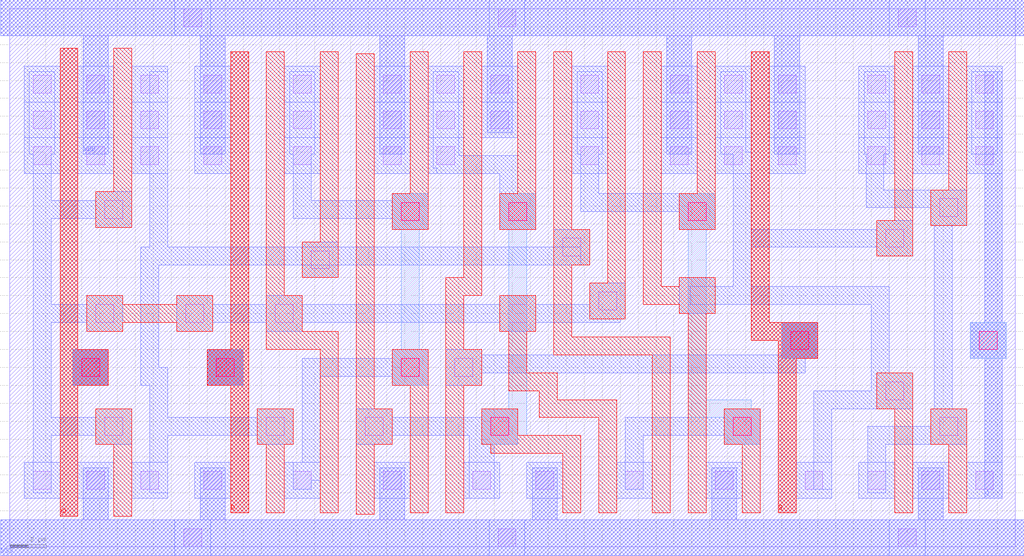
<source format=lef>
VERSION 5.3 ;

NAMESCASESENSITIVE ON ;

UNITS
  DATABASE MICRONS 1000 ;
END UNITS











MACRO sff1m2LEF
  CLASS BLOCK ;
  PIN CK
    DIRECTION INPUT ;
    PORT
      LAYER POL ;
        POLYGON 2.800 27.800  2.800 1.700  3.800 1.700  3.800 9.000  5.500 
        9.000  5.500 11.000  3.800 11.000  3.800 27.800  2.800 27.800  ;
    END
    PORT
      LAYER ML1 ;
        POLYGON 3.500 9.000  3.500 11.000  5.500 11.000  5.500 9.000  3.500 
        9.000  ;
    END
  END CK
  PIN D
    DIRECTION INPUT ;
    PORT
      LAYER POL ;
        POLYGON 11.000 11.000  11.000 9.000  12.300 9.000  12.300 1.900  
        13.300 1.900  13.300 27.600  12.300 27.600  12.300 11.000  11.000 
        11.000  ;
    END
    PORT
      LAYER ML1 ;
        POLYGON 11.000 9.000  11.000 11.000  13.000 11.000  13.000 9.000  
        11.000 9.000  ;
    END
  END D
  PIN Q
    DIRECTION OUTPUT ;
    PORT
      LAYER ML1 ;
        POLYGON 53.500 12.500  53.500 10.500  54.300 10.500  54.300 2.700  
        55.300 2.700  55.300 10.500  55.500 10.500  55.500 12.500  55.300 
        12.500  55.300 26.500  54.300 26.500  54.300 12.500  53.500 12.500  ;
    END
  END Q
  PIN S
    DIRECTION INPUT ;
    PORT
      LAYER POL ;
        POLYGON 41.300 27.600  41.300 11.500  42.800 11.500  42.800 1.900  
        43.800 1.900  43.800 10.500  45.000 10.500  45.000 12.500  42.300 
        12.500  42.300 27.600  41.300 27.600  ;
    END
    PORT
      LAYER ML1 ;
        POLYGON 43.000 10.500  43.000 12.500  45.000 12.500  45.000 10.500  
        43.000 10.500  ;
    END
  END S
  PIN VDD
    DIRECTION INOUT ;
    PORT
      LAYER ML1 ;
        POLYGON -0.500 30.500  -0.500 28.500  4.100 28.500  4.100 21.900  
        5.500 21.900  5.500 28.500  10.600 28.500  10.600 21.900  12.000 
        21.900  12.000 28.500  20.600 28.500  20.600 21.900  22.000 21.900  
        22.000 28.500  26.600 28.500  26.600 23.100  28.000 23.100  28.000 
        28.500  36.600 28.500  36.600 21.900  38.000 21.900  38.000 28.500  
        42.600 28.500  42.600 21.900  44.000 21.900  44.000 28.500  50.600 
        28.500  50.600 21.900  52.000 21.900  52.000 28.500  56.500 28.500  
        56.500 30.500  -0.500 30.500  ;
    END
  END VDD
  PIN VSS
    DIRECTION INOUT ;
    PORT
      LAYER ML1 ;
        POLYGON -0.500 1.500  -0.500 -0.500  56.500 -0.500  56.500 1.500  
        52.000 1.500  52.000 4.400  50.600 4.400  50.600 1.500  40.500 1.500  
        40.500 4.400  39.100 4.400  39.100 1.500  30.500 1.500  30.500 4.400  
        29.100 4.400  29.100 1.500  22.000 1.500  22.000 4.400  20.600 4.400  
        20.600 1.500  12.000 1.500  12.000 4.400  10.600 4.400  10.600 1.500  
        5.500 1.500  5.500 4.400  4.100 4.400  4.100 1.500  -0.500 1.500  ;
    END
  END VSS
  OBS
    LAYER CNT ;
      POLYGON 37.800 13.500  37.800 14.500  38.800 14.500  38.800 13.500  
      37.800 13.500  ;
      POLYGON 37.800 18.200  37.800 19.200  38.800 19.200  38.800 18.200  
      37.800 18.200  ;
      POLYGON 40.300 6.200  40.300 7.200  41.300 7.200  41.300 6.200  40.300 
      6.200  ;
      POLYGON 43.500 11.000  43.500 12.000  44.500 12.000  44.500 11.000  
      43.500 11.000  ;
      POLYGON 48.800 8.200  48.800 9.200  49.800 9.200  49.800 8.200  48.800 
      8.200  ;
      POLYGON 48.800 16.700  48.800 17.700  49.800 17.700  49.800 16.700  
      48.800 16.700  ;
      POLYGON 51.800 6.200  51.800 7.200  52.800 7.200  52.800 6.200  51.800 
      6.200  ;
      POLYGON 51.800 18.400  51.800 19.400  52.800 19.400  52.800 18.400  
      51.800 18.400  ;
      POLYGON 49.500 0.000  49.500 1.000  50.500 1.000  50.500 0.000  49.500 
      0.000  ;
      POLYGON 27.200 0.000  27.200 1.000  28.200 1.000  28.200 0.000  27.200 
      0.000  ;
      POLYGON 9.700 0.000  9.700 1.000  10.700 1.000  10.700 0.000  9.700 
      0.000  ;
      POLYGON 32.800 13.200  32.800 14.200  33.800 14.200  33.800 13.200  
      32.800 13.200  ;
      POLYGON 30.800 16.200  30.800 17.200  31.800 17.200  31.800 16.200  
      30.800 16.200  ;
      POLYGON 27.800 12.500  27.800 13.500  28.800 13.500  28.800 12.500  
      27.800 12.500  ;
      POLYGON 27.800 18.200  27.800 19.200  28.800 19.200  28.800 18.200  
      27.800 18.200  ;
      POLYGON 26.800 6.200  26.800 7.200  27.800 7.200  27.800 6.200  26.800 
      6.200  ;
      POLYGON 24.800 9.500  24.800 10.500  25.800 10.500  25.800 9.500  24.800 
      9.500  ;
      POLYGON 21.800 9.500  21.800 10.500  22.800 10.500  22.800 9.500  21.800 
      9.500  ;
      POLYGON 21.800 18.200  21.800 19.200  22.800 19.200  22.800 18.200  
      21.800 18.200  ;
      POLYGON 19.800 6.200  19.800 7.200  20.800 7.200  20.800 6.200  19.800 
      6.200  ;
      POLYGON 16.800 15.500  16.800 16.500  17.800 16.500  17.800 15.500  
      16.800 15.500  ;
      POLYGON 14.800 12.500  14.800 13.500  15.800 13.500  15.800 12.500  
      14.800 12.500  ;
      POLYGON 14.300 6.200  14.300 7.200  15.300 7.200  15.300 6.200  14.300 
      6.200  ;
      POLYGON 11.500 9.500  11.500 10.500  12.500 10.500  12.500 9.500  11.500 
      9.500  ;
      POLYGON 9.800 12.500  9.800 13.500  10.800 13.500  10.800 12.500  9.800 
      12.500  ;
      POLYGON 5.300 6.200  5.300 7.200  6.300 7.200  6.300 6.200  5.300 6.200  ;
      
      POLYGON 5.300 18.300  5.300 19.300  6.300 19.300  6.300 18.300  5.300 
      18.300  ;
      POLYGON 4.800 12.500  4.800 13.500  5.800 13.500  5.800 12.500  4.800 
      12.500  ;
      POLYGON 4.000 9.500  4.000 10.500  5.000 10.500  5.000 9.500  4.000 
      9.500  ;
      POLYGON 9.700 29.000  9.700 30.000  10.700 30.000  10.700 29.000  9.700 
      29.000  ;
      POLYGON 27.200 29.000  27.200 30.000  28.200 30.000  28.200 29.000  
      27.200 29.000  ;
      POLYGON 49.500 29.000  49.500 30.000  50.500 30.000  50.500 29.000  
      49.500 29.000  ;
      POLYGON 53.800 25.300  53.800 26.300  54.800 26.300  54.800 25.300  
      53.800 25.300  ;
      POLYGON 53.800 23.300  53.800 24.300  54.800 24.300  54.800 23.300  
      53.800 23.300  ;
      POLYGON 53.800 21.300  53.800 22.300  54.800 22.300  54.800 21.300  
      53.800 21.300  ;
      POLYGON 53.800 3.200  53.800 4.200  54.800 4.200  54.800 3.200  53.800 
      3.200  ;
      POLYGON 50.800 25.300  50.800 26.300  51.800 26.300  51.800 25.300  
      50.800 25.300  ;
      POLYGON 50.800 23.300  50.800 24.300  51.800 24.300  51.800 23.300  
      50.800 23.300  ;
      POLYGON 50.800 21.300  50.800 22.300  51.800 22.300  51.800 21.300  
      50.800 21.300  ;
      POLYGON 50.800 3.200  50.800 4.200  51.800 4.200  51.800 3.200  50.800 
      3.200  ;
      POLYGON 47.800 25.300  47.800 26.300  48.800 26.300  48.800 25.300  
      47.800 25.300  ;
      POLYGON 47.800 23.300  47.800 24.300  48.800 24.300  48.800 23.300  
      47.800 23.300  ;
      POLYGON 47.800 21.300  47.800 22.300  48.800 22.300  48.800 21.300  
      47.800 21.300  ;
      POLYGON 47.800 3.200  47.800 4.200  48.800 4.200  48.800 3.200  47.800 
      3.200  ;
      POLYGON 44.300 3.200  44.300 4.200  45.300 4.200  45.300 3.200  44.300 
      3.200  ;
      POLYGON 42.800 21.300  42.800 22.300  43.800 22.300  43.800 21.300  
      42.800 21.300  ;
      POLYGON 42.800 23.300  42.800 24.300  43.800 24.300  43.800 23.300  
      42.800 23.300  ;
      POLYGON 42.800 25.300  42.800 26.300  43.800 26.300  43.800 25.300  
      42.800 25.300  ;
      POLYGON 39.800 25.300  39.800 26.300  40.800 26.300  40.800 25.300  
      39.800 25.300  ;
      POLYGON 39.800 23.300  39.800 24.300  40.800 24.300  40.800 23.300  
      39.800 23.300  ;
      POLYGON 39.800 21.300  39.800 22.300  40.800 22.300  40.800 21.300  
      39.800 21.300  ;
      POLYGON 39.300 3.200  39.300 4.200  40.300 4.200  40.300 3.200  39.300 
      3.200  ;
      POLYGON 36.800 25.300  36.800 26.300  37.800 26.300  37.800 25.300  
      36.800 25.300  ;
      POLYGON 36.800 23.300  36.800 24.300  37.800 24.300  37.800 23.300  
      36.800 23.300  ;
      POLYGON 36.800 21.300  36.800 22.300  37.800 22.300  37.800 21.300  
      36.800 21.300  ;
      POLYGON 34.300 3.200  34.300 4.200  35.300 4.200  35.300 3.200  34.300 
      3.200  ;
      POLYGON 31.800 25.300  31.800 26.300  32.800 26.300  32.800 25.300  
      31.800 25.300  ;
      POLYGON 31.800 23.300  31.800 24.300  32.800 24.300  32.800 23.300  
      31.800 23.300  ;
      POLYGON 31.800 21.300  31.800 22.300  32.800 22.300  32.800 21.300  
      31.800 21.300  ;
      POLYGON 29.300 3.200  29.300 4.200  30.300 4.200  30.300 3.200  29.300 
      3.200  ;
      POLYGON 26.800 23.300  26.800 24.300  27.800 24.300  27.800 23.300  
      26.800 23.300  ;
      POLYGON 26.800 25.300  26.800 26.300  27.800 26.300  27.800 25.300  
      26.800 25.300  ;
      POLYGON 25.800 3.200  25.800 4.200  26.800 4.200  26.800 3.200  25.800 
      3.200  ;
      POLYGON 23.800 25.300  23.800 26.300  24.800 26.300  24.800 25.300  
      23.800 25.300  ;
      POLYGON 23.800 23.300  23.800 24.300  24.800 24.300  24.800 23.300  
      23.800 23.300  ;
      POLYGON 23.800 21.300  23.800 22.300  24.800 22.300  24.800 21.300  
      23.800 21.300  ;
      POLYGON 20.800 3.200  20.800 4.200  21.800 4.200  21.800 3.200  20.800 
      3.200  ;
      POLYGON 20.800 25.300  20.800 26.300  21.800 26.300  21.800 25.300  
      20.800 25.300  ;
      POLYGON 20.800 23.300  20.800 24.300  21.800 24.300  21.800 23.300  
      20.800 23.300  ;
      POLYGON 20.800 21.300  20.800 22.300  21.800 22.300  21.800 21.300  
      20.800 21.300  ;
      POLYGON 15.800 3.200  15.800 4.200  16.800 4.200  16.800 3.200  15.800 
      3.200  ;
      POLYGON 15.800 23.300  15.800 24.300  16.800 24.300  16.800 23.300  
      15.800 23.300  ;
      POLYGON 15.800 25.300  15.800 26.300  16.800 26.300  16.800 25.300  
      15.800 25.300  ;
      POLYGON 15.800 21.300  15.800 22.300  16.800 22.300  16.800 21.300  
      15.800 21.300  ;
      POLYGON 10.800 3.200  10.800 4.200  11.800 4.200  11.800 3.200  10.800 
      3.200  ;
      POLYGON 10.800 25.300  10.800 26.300  11.800 26.300  11.800 25.300  
      10.800 25.300  ;
      POLYGON 10.800 23.300  10.800 24.300  11.800 24.300  11.800 23.300  
      10.800 23.300  ;
      POLYGON 10.800 21.300  10.800 22.300  11.800 22.300  11.800 21.300  
      10.800 21.300  ;
      POLYGON 7.300 3.200  7.300 4.200  8.300 4.200  8.300 3.200  7.300 3.200  ;
      
      POLYGON 7.300 21.300  7.300 22.300  8.300 22.300  8.300 21.300  7.300 
      21.300  ;
      POLYGON 7.300 23.300  7.300 24.300  8.300 24.300  8.300 23.300  7.300 
      23.300  ;
      POLYGON 7.300 25.300  7.300 26.300  8.300 26.300  8.300 25.300  7.300 
      25.300  ;
      POLYGON 4.300 3.200  4.300 4.200  5.300 4.200  5.300 3.200  4.300 3.200  ;
      
      POLYGON 4.300 25.300  4.300 26.300  5.300 26.300  5.300 25.300  4.300 
      25.300  ;
      POLYGON 4.300 21.300  4.300 22.300  5.300 22.300  5.300 21.300  4.300 
      21.300  ;
      POLYGON 4.300 23.300  4.300 24.300  5.300 24.300  5.300 23.300  4.300 
      23.300  ;
      POLYGON 1.300 25.300  1.300 26.300  2.300 26.300  2.300 25.300  1.300 
      25.300  ;
      POLYGON 1.300 3.200  1.300 4.200  2.300 4.200  2.300 3.200  1.300 3.200  ;
      
      POLYGON 1.300 21.300  1.300 22.300  2.300 22.300  2.300 21.300  1.300 
      21.300  ;
      POLYGON 1.300 23.300  1.300 24.300  2.300 24.300  2.300 23.300  1.300 
      23.300  ;
    LAYER FRAME ;
      POLYGON 0.000 0.000  56.000 0.000  56.000 30.000  0.000 30.000  0.000 
      0.000  ;
      RECT -0.500 28.500  56.500 30.500  ;
      RECT -0.500 -0.500  56.500 1.500  ;
    LAYER ML1 ;
      POLYGON 53.300 2.700  55.300 2.700  55.300 4.700  53.300 4.700  53.300 
      2.700  ;
      WIDTH 1.400  ;
      PATH 54.300 22.600 54.300 25.800  ;
      POLYGON 3.500 9.000  3.500 11.000  5.500 11.000  5.500 9.000  3.500 
      9.000  ;
      POLYGON 11.000 9.000  11.000 11.000  13.000 11.000  13.000 9.000  11.000 
      9.000  ;
      POLYGON 43.000 10.500  43.000 12.500  45.000 12.500  45.000 10.500  
      43.000 10.500  ;
      POLYGON 39.800 5.700  39.800 7.700  41.800 7.700  41.800 5.700  39.800 
      5.700  ;
      RECT 9.200 -0.500  11.200 1.500  ;
      RECT 26.700 -0.500  28.700 1.500  ;
      RECT 49.000 -0.500  51.000 1.500  ;
      RECT 37.300 17.700  39.300 19.700  ;
      RECT 37.300 13.000  39.300 15.000  ;
      RECT 30.300 15.700  32.300 17.700  ;
      RECT 27.300 17.700  29.300 19.700  ;
      RECT 21.300 9.000  23.300 11.000  ;
      RECT 21.300 17.700  23.300 19.700  ;
      RECT 16.300 15.000  18.300 17.000  ;
      RECT 11.000 9.000  13.000 11.000  ;
      RECT 3.500 9.000  5.500 11.000  ;
      RECT 9.200 28.500  11.200 30.500  ;
      RECT 26.700 28.500  28.700 30.500  ;
      RECT 49.000 28.500  51.000 30.500  ;
      RECT 53.300 24.800  55.300 26.800  ;
      RECT 53.300 22.800  55.300 24.800  ;
      RECT 53.300 20.800  55.300 22.800  ;
      RECT 53.300 2.700  55.300 4.700  ;
      RECT 50.300 24.800  52.300 26.800  ;
      RECT 50.300 22.800  52.300 24.800  ;
      RECT 50.300 20.800  52.300 22.800  ;
      RECT 50.300 2.700  52.300 4.700  ;
      RECT 47.300 24.800  49.300 26.800  ;
      RECT 47.300 22.800  49.300 24.800  ;
      RECT 47.300 20.800  49.300 22.800  ;
      RECT 47.300 2.700  49.300 4.700  ;
      RECT 43.800 2.700  45.800 4.700  ;
      RECT 42.300 20.800  44.300 22.800  ;
      RECT 42.300 22.800  44.300 24.800  ;
      RECT 42.300 24.800  44.300 26.800  ;
      RECT 39.300 24.800  41.300 26.800  ;
      RECT 39.300 22.800  41.300 24.800  ;
      RECT 39.300 20.800  41.300 22.800  ;
      RECT 38.800 2.700  40.800 4.700  ;
      RECT 36.300 24.800  38.300 26.800  ;
      RECT 36.300 22.800  38.300 24.800  ;
      RECT 36.300 20.800  38.300 22.800  ;
      RECT 33.800 2.700  35.800 4.700  ;
      RECT 31.300 24.800  33.300 26.800  ;
      RECT 31.300 22.800  33.300 24.800  ;
      RECT 31.300 20.800  33.300 22.800  ;
      RECT 28.800 2.700  30.800 4.700  ;
      RECT 26.300 22.800  28.300 24.800  ;
      RECT 26.300 24.800  28.300 26.800  ;
      RECT 25.300 2.700  27.300 4.700  ;
      RECT 23.300 24.800  25.300 26.800  ;
      RECT 23.300 22.800  25.300 24.800  ;
      RECT 23.300 20.800  25.300 22.800  ;
      RECT 20.300 2.700  22.300 4.700  ;
      RECT 20.300 24.800  22.300 26.800  ;
      RECT 20.300 22.800  22.300 24.800  ;
      RECT 20.300 20.800  22.300 22.800  ;
      RECT 15.300 2.700  17.300 4.700  ;
      RECT 15.300 22.800  17.300 24.800  ;
      RECT 15.300 24.800  17.300 26.800  ;
      RECT 15.300 20.800  17.300 22.800  ;
      RECT 10.300 2.700  12.300 4.700  ;
      RECT 10.300 24.800  12.300 26.800  ;
      RECT 10.300 22.800  12.300 24.800  ;
      RECT 10.300 20.800  12.300 22.800  ;
      RECT 6.800 2.700  8.800 4.700  ;
      RECT 6.800 20.800  8.800 22.800  ;
      RECT 6.800 22.800  8.800 24.800  ;
      RECT 6.800 24.800  8.800 26.800  ;
      RECT 3.800 2.700  5.800 4.700  ;
      RECT 3.800 24.800  5.800 26.800  ;
      RECT 3.800 20.800  5.800 22.800  ;
      RECT 3.800 22.800  5.800 24.800  ;
      RECT 0.800 24.800  2.800 26.800  ;
      RECT 0.800 2.700  2.800 4.700  ;
      RECT 0.800 20.800  2.800 22.800  ;
      RECT 0.800 22.800  2.800 24.800  ;
      POLYGON -0.500 30.500  -0.500 28.500  4.100 28.500  4.100 21.900  5.500 
      21.900  5.500 28.500  10.600 28.500  10.600 21.900  12.000 21.900  
      12.000 28.500  20.600 28.500  20.600 21.900  22.000 21.900  22.000 
      28.500  26.600 28.500  26.600 23.100  28.000 23.100  28.000 28.500  
      36.600 28.500  36.600 21.900  38.000 21.900  38.000 28.500  42.600 
      28.500  42.600 21.900  44.000 21.900  44.000 28.500  50.600 28.500  
      50.600 21.900  52.000 21.900  52.000 28.500  56.500 28.500  56.500 
      30.500  -0.500 30.500  ;
      POLYGON -0.500 1.500  -0.500 -0.500  56.500 -0.500  56.500 1.500  52.000 
      1.500  52.000 4.400  50.600 4.400  50.600 1.500  40.500 1.500  40.500 
      4.400  39.100 4.400  39.100 1.500  30.500 1.500  30.500 4.400  29.100 
      4.400  29.100 1.500  22.000 1.500  22.000 4.400  20.600 4.400  20.600 
      1.500  12.000 1.500  12.000 4.400  10.600 4.400  10.600 1.500  5.500 
      1.500  5.500 4.400  4.100 4.400  4.100 1.500  -0.500 1.500  ;
      POLYGON 1.100 26.500  1.100 21.900  1.300 21.900  1.300 3.000  2.300 
      3.000  2.300 6.200  4.800 6.200  4.800 5.700  6.800 5.700  6.800 7.700  
      4.800 7.700  4.800 7.200  2.300 7.200  2.300 12.500  4.300 12.500  4.300 
      12.000  6.300 12.000  6.300 14.000  4.300 14.000  4.300 13.500  2.300 
      13.500  2.300 18.300  4.800 18.300  4.800 17.800  6.800 17.800  6.800 
      19.800  4.800 19.800  4.800 19.300  2.300 19.300  2.300 21.900  2.500 
      21.900  2.500 26.500  1.100 26.500  ;
      POLYGON 7.300 16.700  7.300 9.000  7.800 9.000  7.800 3.000  8.800 3.000 
       8.800 6.200  13.800 6.200  13.800 5.700  15.800 5.700  15.800 7.700  
      13.800 7.700  13.800 7.200  8.800 7.200  8.800 10.000  8.300 10.000  
      8.300 15.700  31.800 15.700  31.800 16.700  8.800 16.700  8.800 26.500  
      7.800 26.500  7.800 16.700  7.300 16.700  ;
      POLYGON 9.300 14.000  9.300 12.000  11.300 12.000  11.300 12.500  14.300 
      12.500  14.300 12.000  16.300 12.000  16.300 12.500  27.300 12.500  
      27.300 12.000  29.300 12.000  29.300 12.500  34.000 12.500  34.000 
      12.700  34.300 12.700  34.300 14.700  32.300 14.700  32.300 13.500  
      29.300 13.500  29.300 14.000  27.300 14.000  27.300 13.500  16.300 
      13.500  16.300 14.000  14.300 14.000  14.300 13.500  11.300 13.500  
      11.300 14.000  9.300 14.000  ;
      POLYGON 15.800 4.700  15.800 3.200  16.800 3.200  16.800 3.700  17.300 
      3.700  17.300 9.500  21.300 9.500  21.300 9.000  23.300 9.000  23.300 
      11.000  21.300 11.000  21.300 10.500  16.300 10.500  16.300 4.700  
      15.800 4.700  ;
      POLYGON 15.600 26.500  15.600 21.900  15.800 21.900  15.800 18.300  
      21.300 18.300  21.300 17.700  23.300 17.700  23.300 19.700  21.300 
      19.700  21.300 19.300  16.800 19.300  16.800 21.900  17.000 21.900  
      17.000 26.500  15.600 26.500  ;
      POLYGON 19.300 7.700  19.300 5.700  21.300 5.700  21.300 6.200  25.600 
      6.200  25.600 2.700  27.000 2.700  27.000 5.700  28.300 5.700  28.300 
      7.700  26.300 7.700  26.300 7.200  21.300 7.200  21.300 7.700  19.300 
      7.700  ;
      POLYGON 24.300 11.000  24.300 9.000  26.300 9.000  26.300 9.700  44.300 
      9.700  44.300 10.500  45.000 10.500  45.000 12.500  43.000 12.500  
      43.000 10.700  26.300 10.700  26.300 11.000  24.300 11.000  ;
      POLYGON 26.300 7.700  26.300 5.700  28.300 5.700  28.300 7.700  26.300 
      7.700  ;
      POLYGON 23.600 26.500  23.600 21.100  23.800 21.100  23.800 20.800  
      27.300 20.800  27.300 17.700  29.300 17.700  29.300 19.700  28.300 
      19.700  28.300 21.800  25.000 21.800  25.000 26.500  23.600 26.500  ;
      POLYGON 31.600 26.500  31.600 21.900  31.800 21.900  31.800 18.700  
      37.300 18.700  37.300 17.700  39.300 17.700  39.300 19.700  32.800 
      19.700  32.800 21.900  33.000 21.900  33.000 26.500  31.600 26.500  ;
      POLYGON 34.300 7.200  34.300 3.200  35.300 3.200  35.300 6.200  39.800 
      6.200  39.800 5.700  41.800 5.700  41.800 7.700  39.800 7.700  39.800 
      7.200  34.300 7.200  ;
      POLYGON 44.800 8.700  44.800 3.200  45.800 3.200  45.800 7.700  50.300 
      7.700  50.300 9.700  49.000 9.700  49.000 14.500  41.300 14.500  41.300 
      16.700  48.300 16.700  48.300 16.200  50.300 16.200  50.300 18.200  
      48.300 18.200  48.300 17.700  41.300 17.700  41.300 22.000  41.000 
      22.000  41.000 26.500  39.600 26.500  39.600 21.900  40.300 21.900  
      40.300 14.500  37.900 14.500  37.900 13.500  48.000 13.500  48.000 8.700 
       44.800 8.700  ;
      POLYGON 47.800 6.700  47.800 3.000  48.800 3.000  48.800 5.700  53.300 
      5.700  53.300 7.700  52.500 7.700  52.500 17.900  53.300 17.900  53.300 
      19.900  48.700 19.900  48.700 21.900  49.000 21.900  49.000 26.500  
      47.600 26.500  47.600 21.900  47.700 21.900  47.700 18.900  51.300 
      18.900  51.300 17.900  51.500 17.900  51.500 7.700  51.300 7.700  51.300 
      6.700  47.800 6.700  ;
      POLYGON 53.500 12.500  53.500 10.500  54.300 10.500  54.300 2.700  
      55.300 2.700  55.300 10.500  55.500 10.500  55.500 12.500  55.300 12.500 
       55.300 26.500  54.300 26.500  54.300 12.500  53.500 12.500  ;
    LAYER ML2 ;
      POLYGON 3.500 9.000  3.500 11.000  5.500 11.000  5.500 9.000  3.500 
      9.000  ;
      POLYGON 11.000 11.000  11.000 9.000  13.000 9.000  13.000 11.000  11.000 
      11.000  ;
      POLYGON 21.300 11.000  21.300 9.000  23.300 9.000  23.300 11.000  22.800 
      11.000  22.800 17.700  23.300 17.700  23.300 19.700  21.300 19.700  
      21.300 17.700  21.800 17.700  21.800 11.000  21.300 11.000  ;
      POLYGON 26.300 7.700  26.300 5.700  28.300 5.700  28.300 6.200  28.800 
      6.200  28.800 17.700  29.300 17.700  29.300 19.700  27.300 19.700  
      27.300 17.700  27.800 17.700  27.800 7.700  26.300 7.700  ;
      POLYGON 37.300 19.700  37.300 17.700  37.800 17.700  37.800 7.200  
      39.800 7.200  39.800 5.700  41.800 5.700  41.800 7.700  41.300 7.700  
      41.300 8.200  38.800 8.200  38.800 17.700  39.300 17.700  39.300 19.700  
      37.300 19.700  ;
      POLYGON 43.000 12.500  43.000 10.500  45.000 10.500  45.000 12.500  
      43.000 12.500  ;
      POLYGON 53.500 12.500  53.500 10.500  55.500 10.500  55.500 12.500  
      53.500 12.500  ;
    LAYER POL ;
      POLYGON 2.800 27.800  2.800 1.700  3.800 1.700  3.800 9.000  5.500 9.000 
       5.500 11.000  3.800 11.000  3.800 27.800  2.800 27.800  ;
      POLYGON 4.800 19.800  4.800 17.800  6.800 17.800  6.800 27.800  5.800 
      27.800  5.800 19.800  4.800 19.800  ;
      POLYGON 4.300 14.000  4.300 12.000  6.300 12.000  6.300 12.500  9.300 
      12.500  9.300 12.000  11.300 12.000  11.300 14.000  9.300 14.000  9.300 
      13.500  6.300 13.500  6.300 14.000  4.300 14.000  ;
      POLYGON 4.800 7.700  4.800 5.700  5.800 5.700  5.800 1.700  6.800 1.700  
      6.800 7.700  4.800 7.700  ;
      POLYGON 11.000 11.000  11.000 9.000  12.300 9.000  12.300 1.900  13.300 
      1.900  13.300 27.600  12.300 27.600  12.300 11.000  11.000 11.000  ;
      POLYGON 13.800 7.700  13.800 5.700  14.300 5.700  14.300 1.900  15.300 
      1.900  15.300 5.700  15.800 5.700  15.800 7.700  13.800 7.700  ;
      POLYGON 14.300 27.600  14.300 11.000  17.300 11.000  17.300 1.900  
      18.300 1.900  18.300 12.000  16.300 12.000  16.300 14.000  15.300 14.000 
       15.300 27.600  14.300 27.600  ;
      POLYGON 16.300 17.000  16.300 15.000  18.300 15.000  18.300 27.600  
      17.300 27.600  17.300 17.000  16.300 17.000  ;
      POLYGON 19.300 27.500  19.300 1.800  20.300 1.800  20.300 5.700  21.300 
      5.700  21.300 7.700  20.300 7.700  20.300 27.500  19.300 27.500  ;
      POLYGON 21.300 19.700  21.300 17.700  23.300 17.700  23.300 27.600  
      22.300 27.600  22.300 19.700  21.300 19.700  ;
      POLYGON 21.300 11.000  21.300 9.000  22.300 9.000  22.300 1.900  23.300 
      1.900  23.300 11.000  21.300 11.000  ;
      POLYGON 24.300 15.000  24.300 1.900  25.300 1.900  25.300 9.000  26.300 
      9.000  26.300 11.000  25.300 11.000  25.300 14.000  26.300 14.000  
      26.300 27.600  25.300 27.600  25.300 15.000  24.300 15.000  ;
      POLYGON 26.300 7.700  26.300 5.700  26.800 5.700  26.800 5.200  30.800 
      5.200  30.800 1.900  31.800 1.900  31.800 6.200  28.300 6.200  28.300 
      7.700  26.300 7.700  ;
      POLYGON 27.300 14.000  27.300 12.000  27.800 12.000  27.800 8.700  
      29.500 8.700  29.500 7.200  32.800 7.200  32.800 1.900  33.800 1.900  
      33.800 8.200  30.500 8.200  30.500 9.700  28.800 9.700  28.800 12.000  
      29.300 12.000  29.300 14.000  27.300 14.000  ;
      POLYGON 30.300 27.600  30.300 10.700  35.800 10.700  35.800 1.900  
      36.800 1.900  36.800 11.700  31.300 11.700  31.300 15.700  32.300 15.700 
       32.300 17.700  31.300 17.700  31.300 27.600  30.300 27.600  ;
      POLYGON 27.300 19.700  27.300 17.700  29.300 17.700  29.300 27.600  
      28.300 27.600  28.300 19.700  27.300 19.700  ;
      POLYGON 32.300 14.700  32.300 12.700  34.300 12.700  34.300 27.600  
      33.300 27.600  33.300 14.700  32.300 14.700  ;
      POLYGON 35.300 27.600  35.300 13.500  37.300 13.500  37.300 13.000  
      37.800 13.000  37.800 1.900  38.800 1.900  38.800 13.000  39.300 13.000  
      39.300 15.000  37.300 15.000  37.300 14.500  36.300 14.500  36.300 
      27.600  35.300 27.600  ;
      POLYGON 39.800 7.700  39.800 5.700  40.800 5.700  40.800 1.900  41.800 
      1.900  41.800 7.700  39.800 7.700  ;
      POLYGON 41.300 27.600  41.300 11.500  42.800 11.500  42.800 1.900  
      43.800 1.900  43.800 10.500  45.000 10.500  45.000 12.500  42.300 12.500 
       42.300 27.600  41.300 27.600  ;
      POLYGON 37.300 19.700  37.300 17.700  39.300 17.700  39.300 27.600  
      38.300 27.600  38.300 19.700  37.300 19.700  ;
      POLYGON 48.300 9.700  48.300 7.700  49.300 7.700  49.300 1.900  50.300 
      1.900  50.300 9.700  48.300 9.700  ;
      POLYGON 51.300 7.700  51.300 5.700  52.300 5.700  52.300 1.900  53.300 
      1.900  53.300 7.700  51.300 7.700  ;
      POLYGON 48.300 18.200  48.300 16.200  50.300 16.200  50.300 27.600  
      49.300 27.600  49.300 18.200  48.300 18.200  ;
      POLYGON 51.300 19.900  51.300 17.900  53.300 17.900  53.300 27.600  
      52.300 27.600  52.300 19.900  51.300 19.900  ;
    LAYER VIA1 ;
      POLYGON 37.800 18.200  37.800 19.200  38.800 19.200  38.800 18.200  
      37.800 18.200  ;
      POLYGON 40.300 6.200  40.300 7.200  41.300 7.200  41.300 6.200  40.300 
      6.200  ;
      POLYGON 27.800 18.200  27.800 19.200  28.800 19.200  28.800 18.200  
      27.800 18.200  ;
      POLYGON 26.800 6.200  26.800 7.200  27.800 7.200  27.800 6.200  26.800 
      6.200  ;
      POLYGON 21.800 9.500  21.800 10.500  22.800 10.500  22.800 9.500  21.800 
      9.500  ;
      POLYGON 21.800 18.200  21.800 19.200  22.800 19.200  22.800 18.200  
      21.800 18.200  ;
      POLYGON 43.500 11.000  43.500 12.000  44.500 12.000  44.500 11.000  
      43.500 11.000  ;
      POLYGON 11.500 9.500  11.500 10.500  12.500 10.500  12.500 9.500  11.500 
      9.500  ;
      POLYGON 4.000 9.500  4.000 10.500  5.000 10.500  5.000 9.500  4.000 
      9.500  ;
      POLYGON 54.000 11.000  54.000 12.000  55.000 12.000  55.000 11.000  
      54.000 11.000  ;
  END
END sff1m2LEF


END LIBRARY

</source>
